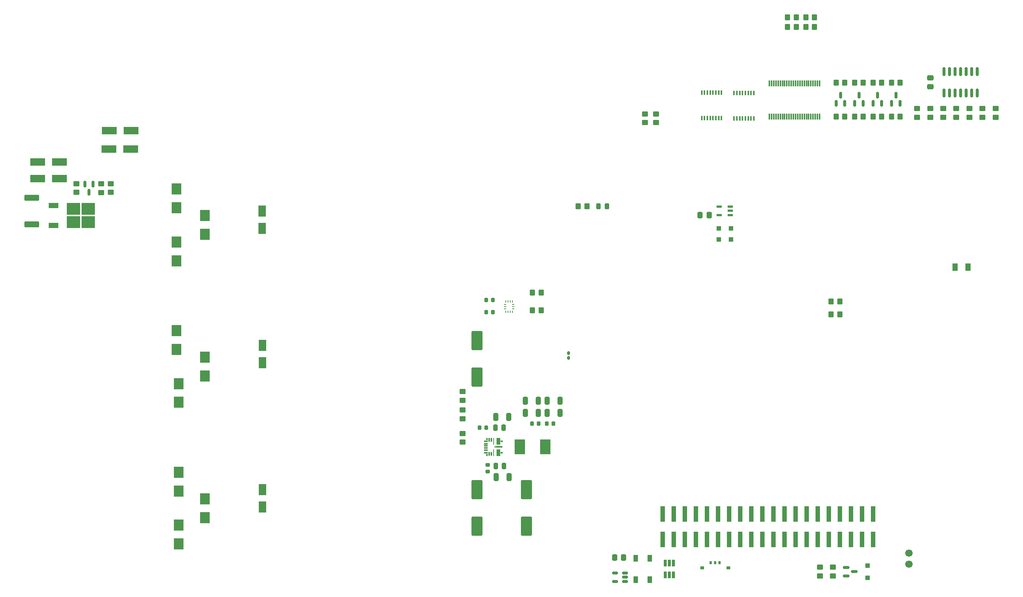
<source format=gbr>
%TF.GenerationSoftware,KiCad,Pcbnew,8.0.3+1*%
%TF.CreationDate,2024-07-23T19:13:49+00:00*%
%TF.ProjectId,OpenMowerMainboard,4f70656e-4d6f-4776-9572-4d61696e626f,rev?*%
%TF.SameCoordinates,Original*%
%TF.FileFunction,Paste,Top*%
%TF.FilePolarity,Positive*%
%FSLAX46Y46*%
G04 Gerber Fmt 4.6, Leading zero omitted, Abs format (unit mm)*
G04 Created by KiCad (PCBNEW 8.0.3+1) date 2024-07-23 19:13:49*
%MOMM*%
%LPD*%
G01*
G04 APERTURE LIST*
G04 Aperture macros list*
%AMRoundRect*
0 Rectangle with rounded corners*
0 $1 Rounding radius*
0 $2 $3 $4 $5 $6 $7 $8 $9 X,Y pos of 4 corners*
0 Add a 4 corners polygon primitive as box body*
4,1,4,$2,$3,$4,$5,$6,$7,$8,$9,$2,$3,0*
0 Add four circle primitives for the rounded corners*
1,1,$1+$1,$2,$3*
1,1,$1+$1,$4,$5*
1,1,$1+$1,$6,$7*
1,1,$1+$1,$8,$9*
0 Add four rect primitives between the rounded corners*
20,1,$1+$1,$2,$3,$4,$5,0*
20,1,$1+$1,$4,$5,$6,$7,0*
20,1,$1+$1,$6,$7,$8,$9,0*
20,1,$1+$1,$8,$9,$2,$3,0*%
G04 Aperture macros list end*
%ADD10R,3.500000X1.800000*%
%ADD11R,0.400000X1.000000*%
%ADD12RoundRect,0.250000X-0.450000X0.350000X-0.450000X-0.350000X0.450000X-0.350000X0.450000X0.350000X0*%
%ADD13RoundRect,0.225000X-0.225000X-0.250000X0.225000X-0.250000X0.225000X0.250000X-0.225000X0.250000X0*%
%ADD14RoundRect,0.150000X-0.587500X-0.150000X0.587500X-0.150000X0.587500X0.150000X-0.587500X0.150000X0*%
%ADD15RoundRect,0.250000X0.350000X0.450000X-0.350000X0.450000X-0.350000X-0.450000X0.350000X-0.450000X0*%
%ADD16RoundRect,0.250000X0.450000X-0.350000X0.450000X0.350000X-0.450000X0.350000X-0.450000X-0.350000X0*%
%ADD17R,0.250000X0.475000*%
%ADD18R,0.475000X0.250000*%
%ADD19RoundRect,0.250000X-0.337500X-0.475000X0.337500X-0.475000X0.337500X0.475000X-0.337500X0.475000X0*%
%ADD20RoundRect,0.243750X-0.243750X-0.456250X0.243750X-0.456250X0.243750X0.456250X-0.243750X0.456250X0*%
%ADD21RoundRect,0.150000X0.512500X0.150000X-0.512500X0.150000X-0.512500X-0.150000X0.512500X-0.150000X0*%
%ADD22RoundRect,0.250000X-1.000000X1.950000X-1.000000X-1.950000X1.000000X-1.950000X1.000000X1.950000X0*%
%ADD23RoundRect,0.225000X0.225000X0.250000X-0.225000X0.250000X-0.225000X-0.250000X0.225000X-0.250000X0*%
%ADD24R,1.100000X1.100000*%
%ADD25RoundRect,0.250000X-0.350000X-0.450000X0.350000X-0.450000X0.350000X0.450000X-0.350000X0.450000X0*%
%ADD26RoundRect,0.250000X0.325000X0.650000X-0.325000X0.650000X-0.325000X-0.650000X0.325000X-0.650000X0*%
%ADD27R,2.300000X2.500000*%
%ADD28R,2.413000X3.429000*%
%ADD29R,1.800000X2.500000*%
%ADD30RoundRect,0.250000X-0.475000X0.337500X-0.475000X-0.337500X0.475000X-0.337500X0.475000X0.337500X0*%
%ADD31RoundRect,0.150000X0.150000X-0.587500X0.150000X0.587500X-0.150000X0.587500X-0.150000X-0.587500X0*%
%ADD32R,1.020000X3.600000*%
%ADD33RoundRect,0.250000X-0.325000X-0.650000X0.325000X-0.650000X0.325000X0.650000X-0.325000X0.650000X0*%
%ADD34R,0.650000X1.560000*%
%ADD35R,1.190000X1.730000*%
%ADD36RoundRect,0.250000X1.000000X-1.950000X1.000000X1.950000X-1.000000X1.950000X-1.000000X-1.950000X0*%
%ADD37R,0.300000X1.425000*%
%ADD38R,1.150000X0.600000*%
%ADD39RoundRect,0.225000X-0.250000X0.225000X-0.250000X-0.225000X0.250000X-0.225000X0.250000X0.225000X0*%
%ADD40R,0.600000X0.700000*%
%ADD41R,0.900000X0.700000*%
%ADD42RoundRect,0.250000X-0.250000X-0.475000X0.250000X-0.475000X0.250000X0.475000X-0.250000X0.475000X0*%
%ADD43R,3.050000X2.750000*%
%ADD44R,2.200000X1.200000*%
%ADD45R,1.000000X1.500000*%
%ADD46RoundRect,0.160000X-0.160000X0.222500X-0.160000X-0.222500X0.160000X-0.222500X0.160000X0.222500X0*%
%ADD47C,1.700000*%
%ADD48RoundRect,0.250000X0.337500X0.475000X-0.337500X0.475000X-0.337500X-0.475000X0.337500X-0.475000X0*%
%ADD49R,0.300000X0.875000*%
%ADD50R,0.250000X1.525000*%
%ADD51R,0.950000X1.525000*%
%ADD52R,0.600000X0.450000*%
%ADD53R,1.650000X0.300000*%
%ADD54R,0.875000X0.450000*%
%ADD55R,0.875000X0.300000*%
%ADD56R,0.350000X0.500000*%
%ADD57R,0.250000X0.600000*%
%ADD58RoundRect,0.249999X-1.425001X0.450001X-1.425001X-0.450001X1.425001X-0.450001X1.425001X0.450001X0*%
%ADD59RoundRect,0.150000X0.150000X-0.825000X0.150000X0.825000X-0.150000X0.825000X-0.150000X-0.825000X0*%
%ADD60RoundRect,0.150000X-0.150000X0.587500X-0.150000X-0.587500X0.150000X-0.587500X0.150000X0.587500X0*%
G04 APERTURE END LIST*
D10*
%TO.C,D15*%
X99670000Y-62183000D03*
X94670000Y-62183000D03*
%TD*%
D11*
%TO.C,U9*%
X230515000Y-59293000D03*
X231165000Y-59293000D03*
X231815000Y-59293000D03*
X232465000Y-59293000D03*
X233115000Y-59293000D03*
X233765000Y-59293000D03*
X234415000Y-59293000D03*
X235065000Y-59293000D03*
X235065000Y-53493000D03*
X234415000Y-53493000D03*
X233765000Y-53493000D03*
X233115000Y-53493000D03*
X232465000Y-53493000D03*
X231815000Y-53493000D03*
X231165000Y-53493000D03*
X230515000Y-53493000D03*
%TD*%
D12*
%TO.C,R5*%
X260590000Y-162393000D03*
X260590000Y-164393000D03*
%TD*%
D13*
%TO.C,C19*%
X194971000Y-129383000D03*
X196521000Y-129383000D03*
%TD*%
D14*
%TO.C,Q3*%
X263652500Y-162443000D03*
X263652500Y-164343000D03*
X265527500Y-163393000D03*
%TD*%
D15*
%TO.C,R41*%
X256390000Y-36193000D03*
X254390000Y-36193000D03*
%TD*%
D16*
%TO.C,R26*%
X94996000Y-76363000D03*
X94996000Y-74363000D03*
%TD*%
D17*
%TO.C,AC1201*%
X187096000Y-101420500D03*
X186596000Y-101420500D03*
X186096000Y-101420500D03*
X185596000Y-101420500D03*
D18*
X185433500Y-102083000D03*
X185433500Y-102583000D03*
X185433500Y-103083000D03*
D17*
X185596000Y-103745500D03*
X186096000Y-103745500D03*
X186596000Y-103745500D03*
X187096000Y-103745500D03*
D18*
X187258500Y-103083000D03*
X187258500Y-102583000D03*
X187258500Y-102083000D03*
%TD*%
D19*
%TO.C,C25*%
X210552500Y-160193000D03*
X212627500Y-160193000D03*
%TD*%
D20*
%TO.C,D23*%
X206868500Y-79583000D03*
X208743500Y-79583000D03*
%TD*%
D15*
%TO.C,R14*%
X193698000Y-99359800D03*
X191698000Y-99359800D03*
%TD*%
D21*
%TO.C,U7*%
X212897500Y-165613000D03*
X212897500Y-164663000D03*
X212897500Y-163713000D03*
X210622500Y-163713000D03*
X210622500Y-165613000D03*
%TD*%
D22*
%TO.C,C10*%
X190346000Y-144583000D03*
X190346000Y-152983000D03*
%TD*%
D15*
%TO.C,R40*%
X252190000Y-36193000D03*
X250190000Y-36193000D03*
%TD*%
D23*
%TO.C,C24*%
X182621000Y-103833000D03*
X181071000Y-103833000D03*
%TD*%
D16*
%TO.C,R50*%
X297910000Y-59113000D03*
X297910000Y-57113000D03*
%TD*%
D15*
%TO.C,R43*%
X256390000Y-38393000D03*
X254390000Y-38393000D03*
%TD*%
D12*
%TO.C,R13*%
X217475000Y-58348000D03*
X217475000Y-60348000D03*
%TD*%
D24*
%TO.C,D14*%
X234390000Y-87193000D03*
X237190000Y-87193000D03*
%TD*%
D25*
%TO.C,R15*%
X269806666Y-58993000D03*
X271806666Y-58993000D03*
%TD*%
D12*
%TO.C,R48*%
X294910000Y-57113000D03*
X294910000Y-59113000D03*
%TD*%
D22*
%TO.C,C9*%
X178946000Y-144583000D03*
X178946000Y-152983000D03*
%TD*%
D23*
%TO.C,C18*%
X193121000Y-129383000D03*
X191571000Y-129383000D03*
%TD*%
D26*
%TO.C,C16*%
X193021000Y-126983000D03*
X190071000Y-126983000D03*
%TD*%
D27*
%TO.C,D7*%
X110096000Y-112408000D03*
X110096000Y-108108000D03*
%TD*%
D28*
%TO.C,L1*%
X188825000Y-134783000D03*
X194667000Y-134783000D03*
%TD*%
D29*
%TO.C,D19*%
X129746000Y-115433000D03*
X129746000Y-111433000D03*
%TD*%
D27*
%TO.C,D5*%
X110596000Y-157038000D03*
X110596000Y-152738000D03*
%TD*%
%TO.C,D9*%
X116596000Y-118483000D03*
X116596000Y-114183000D03*
%TD*%
D12*
%TO.C,R11*%
X175646000Y-126283000D03*
X175646000Y-128283000D03*
%TD*%
D16*
%TO.C,R7*%
X220015000Y-60348000D03*
X220015000Y-58348000D03*
%TD*%
D24*
%TO.C,D13*%
X237190000Y-84593000D03*
X234390000Y-84593000D03*
%TD*%
D16*
%TO.C,R44*%
X288910000Y-59113000D03*
X288910000Y-57113000D03*
%TD*%
D12*
%TO.C,R12*%
X175646000Y-122083000D03*
X175646000Y-124083000D03*
%TD*%
D11*
%TO.C,U10*%
X237915000Y-59393000D03*
X238565000Y-59393000D03*
X239215000Y-59393000D03*
X239865000Y-59393000D03*
X240515000Y-59393000D03*
X241165000Y-59393000D03*
X241815000Y-59393000D03*
X242465000Y-59393000D03*
X242465000Y-53593000D03*
X241815000Y-53593000D03*
X241165000Y-53593000D03*
X240515000Y-53593000D03*
X239865000Y-53593000D03*
X239215000Y-53593000D03*
X238565000Y-53593000D03*
X237915000Y-53593000D03*
%TD*%
D29*
%TO.C,D20*%
X129696000Y-84633000D03*
X129696000Y-80633000D03*
%TD*%
D30*
%TO.C,C5*%
X282910000Y-50075500D03*
X282910000Y-52150500D03*
%TD*%
D31*
%TO.C,Q16*%
X274089999Y-55930500D03*
X275989999Y-55930500D03*
X275039999Y-54055500D03*
%TD*%
D32*
%TO.C,J21*%
X221560000Y-150193000D03*
X221560000Y-155993000D03*
X224100000Y-150193000D03*
X224100000Y-155993000D03*
X226640000Y-150193000D03*
X226640000Y-155993000D03*
X229180000Y-150193000D03*
X229180000Y-155993000D03*
X231720000Y-150193000D03*
X231720000Y-155993000D03*
X234260000Y-150193000D03*
X234260000Y-155993000D03*
X236800000Y-150193000D03*
X236800000Y-155993000D03*
X239340000Y-150193000D03*
X239340000Y-155993000D03*
X241880000Y-150193000D03*
X241880000Y-155993000D03*
X244420000Y-150193000D03*
X244420000Y-155993000D03*
X246960000Y-150193000D03*
X246960000Y-155993000D03*
X249500000Y-150193000D03*
X249500000Y-155993000D03*
X252040000Y-150193000D03*
X252040000Y-155993000D03*
X254580000Y-150193000D03*
X254580000Y-155993000D03*
X257120000Y-150193000D03*
X257120000Y-155993000D03*
X259660000Y-150193000D03*
X259660000Y-155993000D03*
X262200000Y-150193000D03*
X262200000Y-155993000D03*
X264740000Y-150193000D03*
X264740000Y-155993000D03*
X267280000Y-150193000D03*
X267280000Y-155993000D03*
X269820000Y-150193000D03*
X269820000Y-155993000D03*
%TD*%
D12*
%TO.C,R46*%
X282910000Y-57113000D03*
X282910000Y-59113000D03*
%TD*%
D25*
%TO.C,R2*%
X260190000Y-101423000D03*
X262190000Y-101423000D03*
%TD*%
%TO.C,R9*%
X265573333Y-58993000D03*
X267573333Y-58993000D03*
%TD*%
%TO.C,R10*%
X265573333Y-51193000D03*
X267573333Y-51193000D03*
%TD*%
%TO.C,R19*%
X274039999Y-58993000D03*
X276039999Y-58993000D03*
%TD*%
D33*
%TO.C,C20*%
X195071000Y-124183000D03*
X198021000Y-124183000D03*
%TD*%
D27*
%TO.C,D10*%
X110096000Y-79908000D03*
X110096000Y-75608000D03*
%TD*%
D34*
%TO.C,U3*%
X224020000Y-161453000D03*
X223070000Y-161453000D03*
X222120000Y-161453000D03*
X222120000Y-164153000D03*
X223070000Y-164153000D03*
X224020000Y-164153000D03*
%TD*%
D25*
%TO.C,R18*%
X202186000Y-79583000D03*
X204186000Y-79583000D03*
%TD*%
D15*
%TO.C,R42*%
X252190000Y-38393000D03*
X250190000Y-38393000D03*
%TD*%
D12*
%TO.C,R49*%
X291910000Y-57113000D03*
X291910000Y-59113000D03*
%TD*%
D25*
%TO.C,R16*%
X269806666Y-51193000D03*
X271806666Y-51193000D03*
%TD*%
D33*
%TO.C,C11*%
X183271000Y-127883000D03*
X186221000Y-127883000D03*
%TD*%
D35*
%TO.C,F1*%
X288658800Y-93489800D03*
X291558800Y-93489800D03*
%TD*%
D26*
%TO.C,C22*%
X193021000Y-124183000D03*
X190071000Y-124183000D03*
%TD*%
D36*
%TO.C,C23*%
X178946000Y-118783000D03*
X178946000Y-110383000D03*
%TD*%
D23*
%TO.C,C17*%
X181121000Y-130383000D03*
X179571000Y-130383000D03*
%TD*%
D16*
%TO.C,R27*%
X92796000Y-76413000D03*
X92796000Y-74413000D03*
%TD*%
%TO.C,R4*%
X257590000Y-164393000D03*
X257590000Y-162393000D03*
%TD*%
D37*
%TO.C,IC1*%
X257540000Y-51381000D03*
X257040000Y-51381000D03*
X256540000Y-51381000D03*
X256040000Y-51381000D03*
X255540000Y-51381000D03*
X255040000Y-51381000D03*
X254540000Y-51381000D03*
X254040000Y-51381000D03*
X253540000Y-51381000D03*
X253040000Y-51381000D03*
X252540000Y-51381000D03*
X252040000Y-51381000D03*
X251540000Y-51381000D03*
X251040000Y-51381000D03*
X250540000Y-51381000D03*
X250040000Y-51381000D03*
X249540000Y-51381000D03*
X249040000Y-51381000D03*
X248540000Y-51381000D03*
X248040000Y-51381000D03*
X247540000Y-51381000D03*
X247040000Y-51381000D03*
X246540000Y-51381000D03*
X246040000Y-51381000D03*
X246040000Y-59005000D03*
X246540000Y-59005000D03*
X247040000Y-59005000D03*
X247540000Y-59005000D03*
X248040000Y-59005000D03*
X248540000Y-59005000D03*
X249040000Y-59005000D03*
X249540000Y-59005000D03*
X250040000Y-59005000D03*
X250540000Y-59005000D03*
X251040000Y-59005000D03*
X251540000Y-59005000D03*
X252040000Y-59005000D03*
X252540000Y-59005000D03*
X253040000Y-59005000D03*
X253540000Y-59005000D03*
X254040000Y-59005000D03*
X254540000Y-59005000D03*
X255040000Y-59005000D03*
X255540000Y-59005000D03*
X256040000Y-59005000D03*
X256540000Y-59005000D03*
X257040000Y-59005000D03*
X257540000Y-59005000D03*
%TD*%
D38*
%TO.C,IC2*%
X237090000Y-81543000D03*
X237090000Y-80593000D03*
X237090000Y-79643000D03*
X234490000Y-79643000D03*
X234490000Y-81543000D03*
%TD*%
D39*
%TO.C,C15*%
X181446000Y-138908000D03*
X181446000Y-140458000D03*
%TD*%
D31*
%TO.C,Q13*%
X261390000Y-55930500D03*
X263290000Y-55930500D03*
X262340000Y-54055500D03*
%TD*%
D27*
%TO.C,D11*%
X110096000Y-92038000D03*
X110096000Y-87738000D03*
%TD*%
D15*
%TO.C,R17*%
X193698000Y-103423800D03*
X191698000Y-103423800D03*
%TD*%
D25*
%TO.C,R20*%
X274039999Y-51193000D03*
X276039999Y-51193000D03*
%TD*%
D27*
%TO.C,D4*%
X110596000Y-144908000D03*
X110596000Y-140608000D03*
%TD*%
D31*
%TO.C,Q15*%
X269856666Y-55930500D03*
X271756666Y-55930500D03*
X270806666Y-54055500D03*
%TD*%
D40*
%TO.C,SW1*%
X232590000Y-161300500D03*
X234590000Y-161300500D03*
D41*
X236590000Y-162560500D03*
X230590000Y-162560500D03*
D40*
X233590000Y-161300500D03*
%TD*%
D42*
%TO.C,C14*%
X183196000Y-130383000D03*
X185096000Y-130383000D03*
%TD*%
D27*
%TO.C,D12*%
X116596000Y-85983000D03*
X116596000Y-81683000D03*
%TD*%
D29*
%TO.C,D18*%
X129746000Y-148583000D03*
X129746000Y-144583000D03*
%TD*%
D27*
%TO.C,D6*%
X116596000Y-150983000D03*
X116596000Y-146683000D03*
%TD*%
D43*
%TO.C,Q6*%
X86451000Y-80108000D03*
X86451000Y-83158000D03*
X89801000Y-80108000D03*
X89801000Y-83158000D03*
D44*
X81826000Y-79353000D03*
X81826000Y-83913000D03*
%TD*%
D16*
%TO.C,R8*%
X175646000Y-133683000D03*
X175646000Y-131683000D03*
%TD*%
D45*
%TO.C,D25*%
X215375000Y-165198000D03*
X218575000Y-165198000D03*
X218575000Y-160298000D03*
X215375000Y-160298000D03*
%TD*%
D46*
%TO.C,D17*%
X199946000Y-113210500D03*
X199946000Y-114355500D03*
%TD*%
D47*
%TO.C,SW2*%
X278069200Y-161663400D03*
X278069200Y-159123400D03*
%TD*%
D25*
%TO.C,R3*%
X261340000Y-58993000D03*
X263340000Y-58993000D03*
%TD*%
D12*
%TO.C,R28*%
X87096000Y-74353000D03*
X87096000Y-76353000D03*
%TD*%
D23*
%TO.C,C26*%
X182621000Y-101083000D03*
X181071000Y-101083000D03*
%TD*%
D10*
%TO.C,D2*%
X78246000Y-73183000D03*
X83246000Y-73183000D03*
%TD*%
D48*
%TO.C,C1*%
X232227500Y-81593000D03*
X230152500Y-81593000D03*
%TD*%
D49*
%TO.C,IC3*%
X181796000Y-136395000D03*
X182296000Y-136395000D03*
D50*
X182796000Y-136070000D03*
D51*
X183846000Y-136070000D03*
D52*
X184621000Y-136108000D03*
D53*
X184096000Y-134783000D03*
D52*
X184621000Y-133458000D03*
D51*
X183846000Y-133496000D03*
D50*
X182796000Y-133496000D03*
D49*
X182296000Y-133171000D03*
X181796000Y-133171000D03*
D54*
X181009000Y-133458000D03*
D55*
X181009000Y-134033000D03*
X181009000Y-134533000D03*
X181009000Y-135033000D03*
X181009000Y-135533000D03*
D54*
X181009000Y-136108000D03*
D56*
X181271000Y-136583000D03*
D57*
X183146000Y-134783000D03*
D56*
X181271000Y-132983000D03*
%TD*%
D27*
%TO.C,D8*%
X110596000Y-124538000D03*
X110596000Y-120238000D03*
%TD*%
D33*
%TO.C,C21*%
X195071000Y-126983000D03*
X198021000Y-126983000D03*
%TD*%
%TO.C,C12*%
X183371000Y-141683000D03*
X186321000Y-141683000D03*
%TD*%
D58*
%TO.C,R51*%
X76846000Y-77633000D03*
X76846000Y-83733000D03*
%TD*%
D59*
%TO.C,U2*%
X286100000Y-53588000D03*
X287370000Y-53588000D03*
X288640000Y-53588000D03*
X289910000Y-53588000D03*
X291180000Y-53588000D03*
X292450000Y-53588000D03*
X293720000Y-53588000D03*
X293720000Y-48638000D03*
X292450000Y-48638000D03*
X291180000Y-48638000D03*
X289910000Y-48638000D03*
X288640000Y-48638000D03*
X287370000Y-48638000D03*
X286100000Y-48638000D03*
%TD*%
D12*
%TO.C,R47*%
X285910000Y-57113000D03*
X285910000Y-59113000D03*
%TD*%
D42*
%TO.C,C13*%
X183296000Y-139183000D03*
X185196000Y-139183000D03*
%TD*%
D31*
%TO.C,Q14*%
X265623333Y-55930500D03*
X267523333Y-55930500D03*
X266573333Y-54055500D03*
%TD*%
D25*
%TO.C,R1*%
X260190000Y-104373000D03*
X262190000Y-104373000D03*
%TD*%
%TO.C,R6*%
X261340000Y-51193000D03*
X263340000Y-51193000D03*
%TD*%
D24*
%TO.C,D1*%
X268590000Y-161993000D03*
X268590000Y-164793000D03*
%TD*%
D10*
%TO.C,D3*%
X83246000Y-69383000D03*
X78246000Y-69383000D03*
%TD*%
%TO.C,D16*%
X99596000Y-66383000D03*
X94596000Y-66383000D03*
%TD*%
D60*
%TO.C,Q5*%
X90946000Y-74485500D03*
X89046000Y-74485500D03*
X89996000Y-76360500D03*
%TD*%
D12*
%TO.C,R45*%
X279910000Y-57113000D03*
X279910000Y-59113000D03*
%TD*%
M02*

</source>
